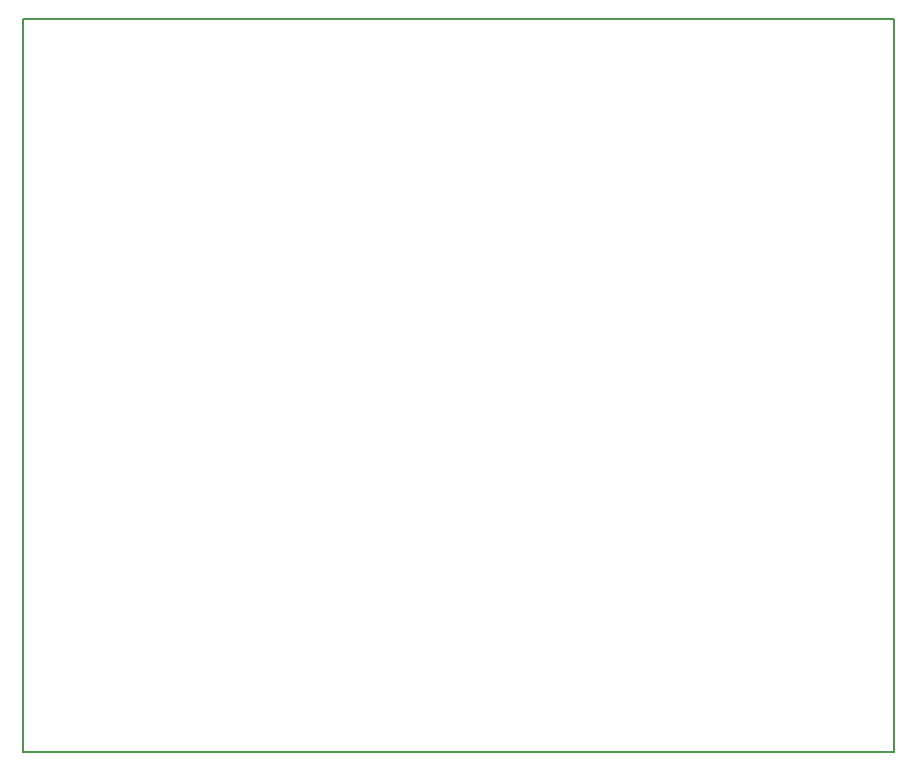
<source format=gbr>
%TF.GenerationSoftware,KiCad,Pcbnew,(5.1.7)-1*%
%TF.CreationDate,2020-10-19T00:00:34+02:00*%
%TF.ProjectId,Atmega_328_breakout,41746d65-6761-45f3-9332-385f62726561,rev?*%
%TF.SameCoordinates,Original*%
%TF.FileFunction,Profile,NP*%
%FSLAX46Y46*%
G04 Gerber Fmt 4.6, Leading zero omitted, Abs format (unit mm)*
G04 Created by KiCad (PCBNEW (5.1.7)-1) date 2020-10-19 00:00:34*
%MOMM*%
%LPD*%
G01*
G04 APERTURE LIST*
%TA.AperFunction,Profile*%
%ADD10C,0.150000*%
%TD*%
G04 APERTURE END LIST*
D10*
X50248000Y-54000000D02*
X124000000Y-54000000D01*
X124000000Y-116000000D02*
X124000000Y-54000000D01*
X50248000Y-116000000D02*
X124000000Y-116000000D01*
X50248000Y-54000000D02*
X50248000Y-116000000D01*
M02*

</source>
